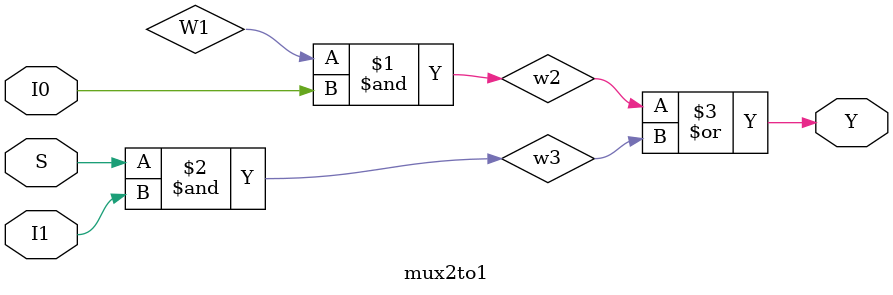
<source format=v>
module mux2to1(input I0,I1,S,output Y);
wire w1,w2,w3;
not(w1,S);
and(w2,W1,I0);
and(w3,S,I1);
or(Y,w2,w3);
endmodule  
  

</source>
